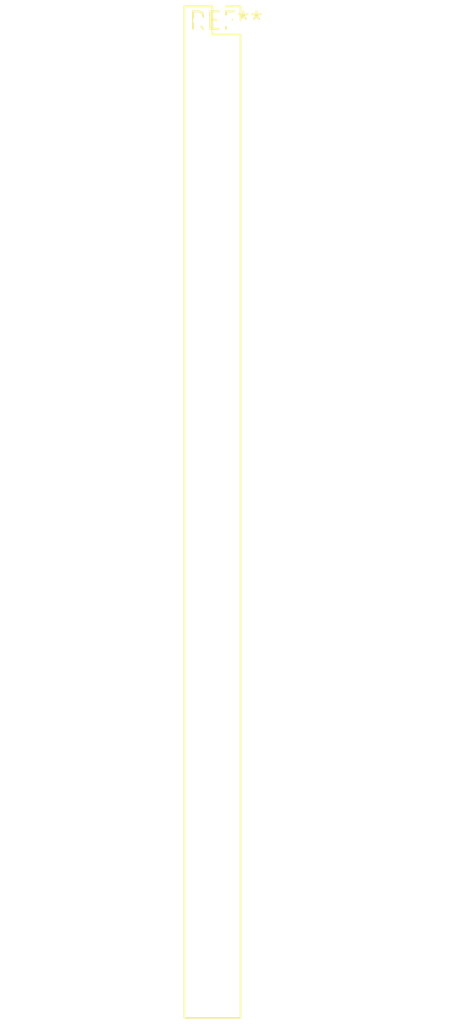
<source format=kicad_pcb>
(kicad_pcb (version 20240108) (generator pcbnew)
  (layers (0 "F.Cu" signal) (31 "B.Cu" signal) (34 "B.Paste" user) (35 "F.Paste" user) (36 "B.SilkS" user "B.Silkscreen") (37 "F.SilkS" user "F.Silkscreen") (38 "B.Mask" user) (39 "F.Mask" user) (44 "Edge.Cuts" user))
  (net 0 "")
  (footprint "PinSocket_2x37_P2.00mm_Vertical" (layer "F.Cu") (at 0 0)
    (property "Reference" "REF**")
    (property "Value" "PinSocket_2x37_P2.00mm_Vertical")
    (fp_line (start -3.06 -1.06) (end -3.06 73.06) (layer "F.SilkS") (stroke (width 0.12)))
    (fp_line (start -3.06 -1.06) (end -1 -1.06) (layer "F.SilkS") (stroke (width 0.12)))
    (fp_line (start -3.06 73.06) (end 1.06 73.06) (layer "F.SilkS") (stroke (width 0.12)))
    (fp_line (start -1 -1.06) (end -1 1) (layer "F.SilkS") (stroke (width 0.12)))
    (fp_line (start -1 1) (end 1.06 1) (layer "F.SilkS") (stroke (width 0.12)))
    (fp_line (start 0 -1.06) (end 1.06 -1.06) (layer "F.SilkS") (stroke (width 0.12)))
    (fp_line (start 1.06 -1.06) (end 1.06 0) (layer "F.SilkS") (stroke (width 0.12)))
    (fp_line (start 1.06 1) (end 1.06 73.06) (layer "F.SilkS") (stroke (width 0.12)))
    (pad "1" thru_hole rect (at 0 0) (size 1.35 1.35) (drill 0.8) (layers *.Cu *.Mask) (remove_unused_layers))
    (pad "2" thru_hole oval (at -2 0) (size 1.35 1.35) (drill 0.8) (layers *.Cu *.Mask) (remove_unused_layers))
    (pad "3" thru_hole oval (at 0 2) (size 1.35 1.35) (drill 0.8) (layers *.Cu *.Mask) (remove_unused_layers))
    (pad "4" thru_hole oval (at -2 2) (size 1.35 1.35) (drill 0.8) (layers *.Cu *.Mask) (remove_unused_layers))
    (pad "5" thru_hole oval (at 0 4) (size 1.35 1.35) (drill 0.8) (layers *.Cu *.Mask) (remove_unused_layers))
    (pad "6" thru_hole oval (at -2 4) (size 1.35 1.35) (drill 0.8) (layers *.Cu *.Mask) (remove_unused_layers))
    (pad "7" thru_hole oval (at 0 6) (size 1.35 1.35) (drill 0.8) (layers *.Cu *.Mask) (remove_unused_layers))
    (pad "8" thru_hole oval (at -2 6) (size 1.35 1.35) (drill 0.8) (layers *.Cu *.Mask) (remove_unused_layers))
    (pad "9" thru_hole oval (at 0 8) (size 1.35 1.35) (drill 0.8) (layers *.Cu *.Mask) (remove_unused_layers))
    (pad "10" thru_hole oval (at -2 8) (size 1.35 1.35) (drill 0.8) (layers *.Cu *.Mask) (remove_unused_layers))
    (pad "11" thru_hole oval (at 0 10) (size 1.35 1.35) (drill 0.8) (layers *.Cu *.Mask) (remove_unused_layers))
    (pad "12" thru_hole oval (at -2 10) (size 1.35 1.35) (drill 0.8) (layers *.Cu *.Mask) (remove_unused_layers))
    (pad "13" thru_hole oval (at 0 12) (size 1.35 1.35) (drill 0.8) (layers *.Cu *.Mask) (remove_unused_layers))
    (pad "14" thru_hole oval (at -2 12) (size 1.35 1.35) (drill 0.8) (layers *.Cu *.Mask) (remove_unused_layers))
    (pad "15" thru_hole oval (at 0 14) (size 1.35 1.35) (drill 0.8) (layers *.Cu *.Mask) (remove_unused_layers))
    (pad "16" thru_hole oval (at -2 14) (size 1.35 1.35) (drill 0.8) (layers *.Cu *.Mask) (remove_unused_layers))
    (pad "17" thru_hole oval (at 0 16) (size 1.35 1.35) (drill 0.8) (layers *.Cu *.Mask) (remove_unused_layers))
    (pad "18" thru_hole oval (at -2 16) (size 1.35 1.35) (drill 0.8) (layers *.Cu *.Mask) (remove_unused_layers))
    (pad "19" thru_hole oval (at 0 18) (size 1.35 1.35) (drill 0.8) (layers *.Cu *.Mask) (remove_unused_layers))
    (pad "20" thru_hole oval (at -2 18) (size 1.35 1.35) (drill 0.8) (layers *.Cu *.Mask) (remove_unused_layers))
    (pad "21" thru_hole oval (at 0 20) (size 1.35 1.35) (drill 0.8) (layers *.Cu *.Mask) (remove_unused_layers))
    (pad "22" thru_hole oval (at -2 20) (size 1.35 1.35) (drill 0.8) (layers *.Cu *.Mask) (remove_unused_layers))
    (pad "23" thru_hole oval (at 0 22) (size 1.35 1.35) (drill 0.8) (layers *.Cu *.Mask) (remove_unused_layers))
    (pad "24" thru_hole oval (at -2 22) (size 1.35 1.35) (drill 0.8) (layers *.Cu *.Mask) (remove_unused_layers))
    (pad "25" thru_hole oval (at 0 24) (size 1.35 1.35) (drill 0.8) (layers *.Cu *.Mask) (remove_unused_layers))
    (pad "26" thru_hole oval (at -2 24) (size 1.35 1.35) (drill 0.8) (layers *.Cu *.Mask) (remove_unused_layers))
    (pad "27" thru_hole oval (at 0 26) (size 1.35 1.35) (drill 0.8) (layers *.Cu *.Mask) (remove_unused_layers))
    (pad "28" thru_hole oval (at -2 26) (size 1.35 1.35) (drill 0.8) (layers *.Cu *.Mask) (remove_unused_layers))
    (pad "29" thru_hole oval (at 0 28) (size 1.35 1.35) (drill 0.8) (layers *.Cu *.Mask) (remove_unused_layers))
    (pad "30" thru_hole oval (at -2 28) (size 1.35 1.35) (drill 0.8) (layers *.Cu *.Mask) (remove_unused_layers))
    (pad "31" thru_hole oval (at 0 30) (size 1.35 1.35) (drill 0.8) (layers *.Cu *.Mask) (remove_unused_layers))
    (pad "32" thru_hole oval (at -2 30) (size 1.35 1.35) (drill 0.8) (layers *.Cu *.Mask) (remove_unused_layers))
    (pad "33" thru_hole oval (at 0 32) (size 1.35 1.35) (drill 0.8) (layers *.Cu *.Mask) (remove_unused_layers))
    (pad "34" thru_hole oval (at -2 32) (size 1.35 1.35) (drill 0.8) (layers *.Cu *.Mask) (remove_unused_layers))
    (pad "35" thru_hole oval (at 0 34) (size 1.35 1.35) (drill 0.8) (layers *.Cu *.Mask) (remove_unused_layers))
    (pad "36" thru_hole oval (at -2 34) (size 1.35 1.35) (drill 0.8) (layers *.Cu *.Mask) (remove_unused_layers))
    (pad "37" thru_hole oval (at 0 36) (size 1.35 1.35) (drill 0.8) (layers *.Cu *.Mask) (remove_unused_layers))
    (pad "38" thru_hole oval (at -2 36) (size 1.35 1.35) (drill 0.8) (layers *.Cu *.Mask) (remove_unused_layers))
    (pad "39" thru_hole oval (at 0 38) (size 1.35 1.35) (drill 0.8) (layers *.Cu *.Mask) (remove_unused_layers))
    (pad "40" thru_hole oval (at -2 38) (size 1.35 1.35) (drill 0.8) (layers *.Cu *.Mask) (remove_unused_layers))
    (pad "41" thru_hole oval (at 0 40) (size 1.35 1.35) (drill 0.8) (layers *.Cu *.Mask) (remove_unused_layers))
    (pad "42" thru_hole oval (at -2 40) (size 1.35 1.35) (drill 0.8) (layers *.Cu *.Mask) (remove_unused_layers))
    (pad "43" thru_hole oval (at 0 42) (size 1.35 1.35) (drill 0.8) (layers *.Cu *.Mask) (remove_unused_layers))
    (pad "44" thru_hole oval (at -2 42) (size 1.35 1.35) (drill 0.8) (layers *.Cu *.Mask) (remove_unused_layers))
    (pad "45" thru_hole oval (at 0 44) (size 1.35 1.35) (drill 0.8) (layers *.Cu *.Mask) (remove_unused_layers))
    (pad "46" thru_hole oval (at -2 44) (size 1.35 1.35) (drill 0.8) (layers *.Cu *.Mask) (remove_unused_layers))
    (pad "47" thru_hole oval (at 0 46) (size 1.35 1.35) (drill 0.8) (layers *.Cu *.Mask) (remove_unused_layers))
    (pad "48" thru_hole oval (at -2 46) (size 1.35 1.35) (drill 0.8) (layers *.Cu *.Mask) (remove_unused_layers))
    (pad "49" thru_hole oval (at 0 48) (size 1.35 1.35) (drill 0.8) (layers *.Cu *.Mask) (remove_unused_layers))
    (pad "50" thru_hole oval (at -2 48) (size 1.35 1.35) (drill 0.8) (layers *.Cu *.Mask) (remove_unused_layers))
    (pad "51" thru_hole oval (at 0 50) (size 1.35 1.35) (drill 0.8) (layers *.Cu *.Mask) (remove_unused_layers))
    (pad "52" thru_hole oval (at -2 50) (size 1.35 1.35) (drill 0.8) (layers *.Cu *.Mask) (remove_unused_layers))
    (pad "53" thru_hole oval (at 0 52) (size 1.35 1.35) (drill 0.8) (layers *.Cu *.Mask) (remove_unused_layers))
    (pad "54" thru_hole oval (at -2 52) (size 1.35 1.35) (drill 0.8) (layers *.Cu *.Mask) (remove_unused_layers))
    (pad "55" thru_hole oval (at 0 54) (size 1.35 1.35) (drill 0.8) (layers *.Cu *.Mask) (remove_unused_layers))
    (pad "56" thru_hole oval (at -2 54) (size 1.35 1.35) (drill 0.8) (layers *.Cu *.Mask) (remove_unused_layers))
    (pad "57" thru_hole oval (at 0 56) (size 1.35 1.35) (drill 0.8) (layers *.Cu *.Mask) (remove_unused_layers))
    (pad "58" thru_hole oval (at -2 56) (size 1.35 1.35) (drill 0.8) (layers *.Cu *.Mask) (remove_unused_layers))
    (pad "59" thru_hole oval (at 0 58) (size 1.35 1.35) (drill 0.8) (layers *.Cu *.Mask) (remove_unused_layers))
    (pad "60" thru_hole oval (at -2 58) (size 1.35 1.35) (drill 0.8) (layers *.Cu *.Mask) (remove_unused_layers))
    (pad "61" thru_hole oval (at 0 60) (size 1.35 1.35) (drill 0.8) (layers *.Cu *.Mask) (remove_unused_layers))
    (pad "62" thru_hole oval (at -2 60) (size 1.35 1.35) (drill 0.8) (layers *.Cu *.Mask) (remove_unused_layers))
    (pad "63" thru_hole oval (at 0 62) (size 1.35 1.35) (drill 0.8) (layers *.Cu *.Mask) (remove_unused_layers))
    (pad "64" thru_hole oval (at -2 62) (size 1.35 1.35) (drill 0.8) (layers *.Cu *.Mask) (remove_unused_layers))
    (pad "65" thru_hole oval (at 0 64) (size 1.35 1.35) (drill 0.8) (layers *.Cu *.Mask) (remove_unused_layers))
    (pad "66" thru_hole oval (at -2 64) (size 1.35 1.35) (drill 0.8) (layers *.Cu *.Mask) (remove_unused_layers))
    (pad "67" thru_hole oval (at 0 66) (size 1.35 1.35) (drill 0.8) (layers *.Cu *.Mask) (remove_unused_layers))
    (pad "68" thru_hole oval (at -2 66) (size 1.35 1.35) (drill 0.8) (layers *.Cu *.Mask) (remove_unused_layers))
    (pad "69" thru_hole oval (at 0 68) (size 1.35 1.35) (drill 0.8) (layers *.Cu *.Mask) (remove_unused_layers))
    (pad "70" thru_hole oval (at -2 68) (size 1.35 1.35) (drill 0.8) (layers *.Cu *.Mask) (remove_unused_layers))
    (pad "71" thru_hole oval (at 0 70) (size 1.35 1.35) (drill 0.8) (layers *.Cu *.Mask) (remove_unused_layers))
    (pad "72" thru_hole oval (at -2 70) (size 1.35 1.35) (drill 0.8) (layers *.Cu *.Mask) (remove_unused_layers))
    (pad "73" thru_hole oval (at 0 72) (size 1.35 1.35) (drill 0.8) (layers *.Cu *.Mask) (remove_unused_layers))
    (pad "74" thru_hole oval (at -2 72) (size 1.35 1.35) (drill 0.8) (layers *.Cu *.Mask) (remove_unused_layers))
  )
)
</source>
